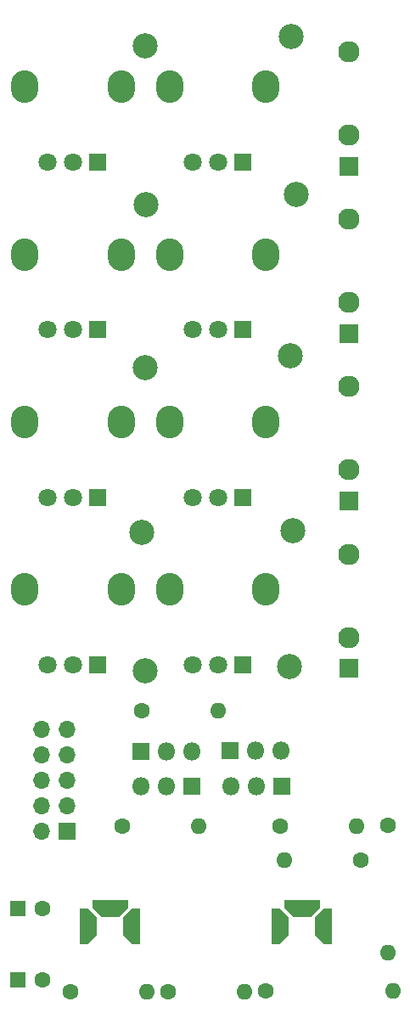
<source format=gbr>
%TF.GenerationSoftware,KiCad,Pcbnew,7.0.2-0*%
%TF.CreationDate,2024-01-05T22:35:07+01:00*%
%TF.ProjectId,output_mixer,6f757470-7574-45f6-9d69-7865722e6b69,rev?*%
%TF.SameCoordinates,Original*%
%TF.FileFunction,Soldermask,Bot*%
%TF.FilePolarity,Negative*%
%FSLAX46Y46*%
G04 Gerber Fmt 4.6, Leading zero omitted, Abs format (unit mm)*
G04 Created by KiCad (PCBNEW 7.0.2-0) date 2024-01-05 22:35:07*
%MOMM*%
%LPD*%
G01*
G04 APERTURE LIST*
G04 Aperture macros list*
%AMFreePoly0*
4,1,15,-1.750000,0.787500,-1.743339,0.820985,-1.724372,0.849372,-1.695985,0.868339,-1.662500,0.875000,1.662500,0.875000,1.695985,0.868339,1.724372,0.849372,1.743339,0.820985,1.750000,0.787500,1.750000,0.000000,0.875000,-0.875000,-0.875000,-0.875000,-1.750000,0.000000,-1.750000,0.787500,-1.750000,0.787500,$1*%
%AMFreePoly1*
4,1,15,-1.750000,0.000000,-0.875000,0.875000,0.875000,0.875000,1.750000,0.000000,1.750000,-0.770000,1.742007,-0.810182,1.719246,-0.844246,1.685182,-0.867007,1.645000,-0.875000,-1.645000,-0.875000,-1.685182,-0.867007,-1.719246,-0.844246,-1.742007,-0.810182,-1.750000,-0.770000,-1.750000,0.000000,-1.750000,0.000000,$1*%
%AMFreePoly2*
4,1,15,-1.750000,0.000000,-0.875000,0.875000,0.875000,0.875000,1.750000,0.000000,1.750000,-0.787500,1.743339,-0.820985,1.724372,-0.849372,1.695985,-0.868339,1.662500,-0.875000,-1.662500,-0.875000,-1.695985,-0.868339,-1.724372,-0.849372,-1.743339,-0.820985,-1.750000,-0.787500,-1.750000,0.000000,-1.750000,0.000000,$1*%
G04 Aperture macros list end*
%ADD10C,1.600000*%
%ADD11O,1.600000X1.600000*%
%ADD12C,2.500000*%
%ADD13R,1.700000X1.700000*%
%ADD14O,1.700000X1.700000*%
%ADD15R,1.800000X1.800000*%
%ADD16O,1.800000X1.800000*%
%ADD17R,1.600000X1.600000*%
%ADD18O,2.720000X3.240000*%
%ADD19C,1.800000*%
%ADD20R,1.930000X1.830000*%
%ADD21C,2.130000*%
%ADD22FreePoly0,270.000000*%
%ADD23FreePoly1,180.000000*%
%ADD24FreePoly2,270.000000*%
G04 APERTURE END LIST*
D10*
%TO.C,R1*%
X243590000Y-112000000D03*
D11*
X251210000Y-112000000D03*
%TD*%
D12*
%TO.C,TP1*%
X251000000Y-17700000D03*
%TD*%
D10*
%TO.C,R26*%
X275200000Y-95450000D03*
D11*
X275200000Y-108150000D03*
%TD*%
D13*
%TO.C,CONN1*%
X243200000Y-96000000D03*
D14*
X240660000Y-96000000D03*
X243200000Y-93460000D03*
X240660000Y-93460000D03*
X243200000Y-90920000D03*
X240660000Y-90920000D03*
X243200000Y-88380000D03*
X240660000Y-88380000D03*
X243200000Y-85840000D03*
X240660000Y-85840000D03*
%TD*%
D15*
%TO.C,Q3*%
X255700000Y-91525000D03*
D16*
X253160000Y-91525000D03*
X250620000Y-91525000D03*
%TD*%
D12*
%TO.C,TP2*%
X251100000Y-33500000D03*
%TD*%
%TO.C,TP3*%
X265400000Y-79600000D03*
%TD*%
D15*
%TO.C,Q5*%
X264600000Y-91525000D03*
D16*
X262060000Y-91525000D03*
X259520000Y-91525000D03*
%TD*%
D10*
%TO.C,R36*%
X264490000Y-95500000D03*
D11*
X272110000Y-95500000D03*
%TD*%
D10*
%TO.C,R2*%
X253290000Y-112000000D03*
D11*
X260910000Y-112000000D03*
%TD*%
D12*
%TO.C,TP6*%
X266100000Y-32500000D03*
%TD*%
%TO.C,TP5*%
X265600000Y-16800000D03*
%TD*%
D10*
%TO.C,R38*%
X263000000Y-111900000D03*
D11*
X275700000Y-111900000D03*
%TD*%
D15*
%TO.C,Q2*%
X250620000Y-88025000D03*
D16*
X253160000Y-88025000D03*
X255700000Y-88025000D03*
%TD*%
D17*
%TO.C,C2*%
X238300000Y-103700000D03*
D10*
X240800000Y-103700000D03*
%TD*%
D12*
%TO.C,TP8*%
X265500000Y-48600000D03*
%TD*%
D10*
%TO.C,R37*%
X272510000Y-98900000D03*
D11*
X264890000Y-98900000D03*
%TD*%
D10*
%TO.C,R24*%
X248690000Y-95500000D03*
D11*
X256310000Y-95500000D03*
%TD*%
D12*
%TO.C,TP7*%
X265700000Y-66000000D03*
%TD*%
%TO.C,TP10*%
X250700000Y-66200000D03*
%TD*%
D15*
%TO.C,Q4*%
X259500000Y-88000000D03*
D16*
X262040000Y-88000000D03*
X264580000Y-88000000D03*
%TD*%
D10*
%TO.C,R25*%
X250690000Y-84000000D03*
D11*
X258310000Y-84000000D03*
%TD*%
D12*
%TO.C,TP9*%
X251000000Y-49800000D03*
%TD*%
%TO.C,TP4*%
X251000000Y-80000000D03*
%TD*%
D17*
%TO.C,C3*%
X238300000Y-110800000D03*
D10*
X240800000Y-110800000D03*
%TD*%
D18*
%TO.C,R44*%
X239000000Y-38500000D03*
X248600000Y-38500000D03*
D15*
X246300000Y-46000000D03*
D19*
X243800000Y-46000000D03*
X241300000Y-46000000D03*
%TD*%
D18*
%TO.C,R6*%
X239000000Y-71900000D03*
X248600000Y-71900000D03*
D15*
X246300000Y-79400000D03*
D19*
X243800000Y-79400000D03*
X241300000Y-79400000D03*
%TD*%
D20*
%TO.C,J2*%
X271300000Y-46380000D03*
D21*
X271300000Y-34980000D03*
X271300000Y-43280000D03*
%TD*%
D22*
%TO.C,J6*%
X249650000Y-105500000D03*
D23*
X247500000Y-103700000D03*
D24*
X245350000Y-105500000D03*
%TD*%
D18*
%TO.C,R5*%
X239000000Y-55200000D03*
X248600000Y-55200000D03*
D15*
X246300000Y-62700000D03*
D19*
X243800000Y-62700000D03*
X241300000Y-62700000D03*
%TD*%
D18*
%TO.C,R41*%
X239000000Y-21800000D03*
X248600000Y-21800000D03*
D15*
X246300000Y-29300000D03*
D19*
X243800000Y-29300000D03*
X241300000Y-29300000D03*
%TD*%
D18*
%TO.C,R52*%
X253455000Y-55200000D03*
X263055000Y-55200000D03*
D15*
X260755000Y-62700000D03*
D19*
X258255000Y-62700000D03*
X255755000Y-62700000D03*
%TD*%
D22*
%TO.C,J5*%
X268800000Y-105500000D03*
D23*
X266650000Y-103700000D03*
D24*
X264500000Y-105500000D03*
%TD*%
D18*
%TO.C,R49*%
X253455000Y-38500000D03*
X263055000Y-38500000D03*
D15*
X260755000Y-46000000D03*
D19*
X258255000Y-46000000D03*
X255755000Y-46000000D03*
%TD*%
D20*
%TO.C,J3*%
X271300000Y-63080000D03*
D21*
X271300000Y-51680000D03*
X271300000Y-59980000D03*
%TD*%
D20*
%TO.C,J1*%
X271300000Y-29680000D03*
D21*
X271300000Y-18280000D03*
X271300000Y-26580000D03*
%TD*%
D18*
%TO.C,R53*%
X253455000Y-71900000D03*
X263055000Y-71900000D03*
D15*
X260755000Y-79400000D03*
D19*
X258255000Y-79400000D03*
X255755000Y-79400000D03*
%TD*%
D18*
%TO.C,R23*%
X253455000Y-21800000D03*
X263055000Y-21800000D03*
D15*
X260755000Y-29300000D03*
D19*
X258255000Y-29300000D03*
X255755000Y-29300000D03*
%TD*%
D20*
%TO.C,J4*%
X271300000Y-79780000D03*
D21*
X271300000Y-68380000D03*
X271300000Y-76680000D03*
%TD*%
M02*

</source>
